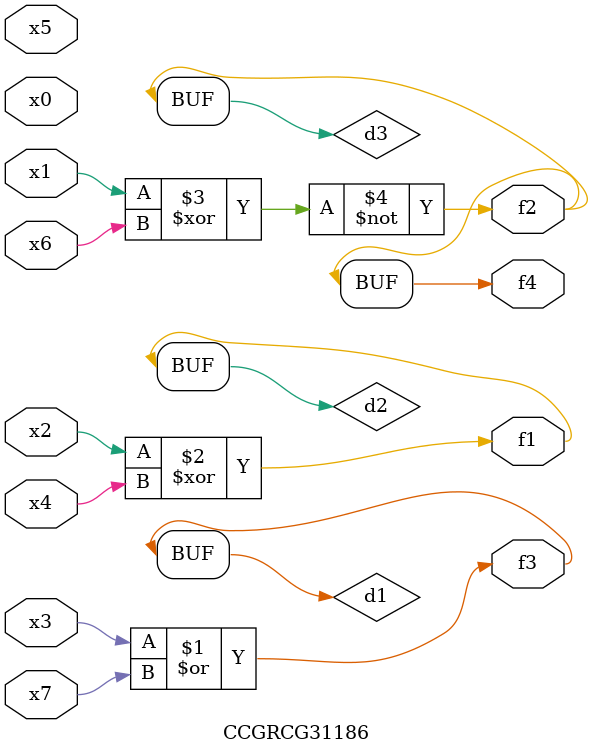
<source format=v>
module CCGRCG31186(
	input x0, x1, x2, x3, x4, x5, x6, x7,
	output f1, f2, f3, f4
);

	wire d1, d2, d3;

	or (d1, x3, x7);
	xor (d2, x2, x4);
	xnor (d3, x1, x6);
	assign f1 = d2;
	assign f2 = d3;
	assign f3 = d1;
	assign f4 = d3;
endmodule

</source>
